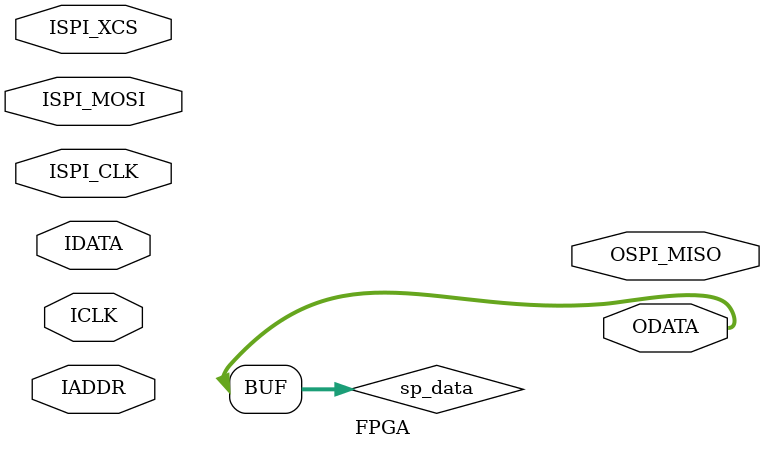
<source format=sv>
`timescale 1ns / 1ps


module FPGA(
    //-- SPI slave
    input wire ISPI_CLK, //-- 10MHz
    input wire ISPI_MOSI,
    input wire ISPI_XCS,
    output reg OSPI_MISO,
    input ICLK,   //-- 12 MHz
    input [7:0] IADDR,
    input [7:0] IDATA,
    output [7:0] ODATA
);
    
    reg [7:0]   mem [0:255];
    reg [7:0]   sp_data;
   wire clk100;
   wire s_locked;

    CLKGEN clkgen ( 
       .ICLK12MHZ (ICLK), 
       .OCLK100MHZ (clk100), 
       //.resetn(1'b1),
       .OLOCKED(s_locked)
    );

    reg [2:0] r_spi_clk;
    always @(posedge clk100) begin
        r_spi_clk <= {r_spi_clk[1:0], ISPI_CLK};
    end
    wire s_spi_clk_rise = (r_spi_clk[2:1]==2'b01);
    wire s_spi_clk_fall = (r_spi_clk[2:1]==2'b10);
    
    reg [2:0] r_spi_xcs;
    always @(posedge clk100) begin
        r_spi_xcs <= {r_spi_xcs[1:0], ISPI_XCS};
    end
    wire s_spi_xcs_rise = (r_spi_xcs[2:1]==2'b01);
    wire s_spi_xcs_fall = (r_spi_xcs[2:1]==2'b10);
    
    reg [2:0] r_spi_mosi;
    always @(posedge clk100) begin
        r_spi_mosi <= {r_spi_mosi[1:0], ISPI_MOSI};
    end
    
    reg [7:0] mosi_shift;
    always @(posedge clk100) begin
       if (s_spi_xcs_fall) begin
           mosi_shift <= {mosi_shift[6:0], r_spi_mosi[1]};
       end
    end
    
    assign ODATA = sp_data;
endmodule

</source>
